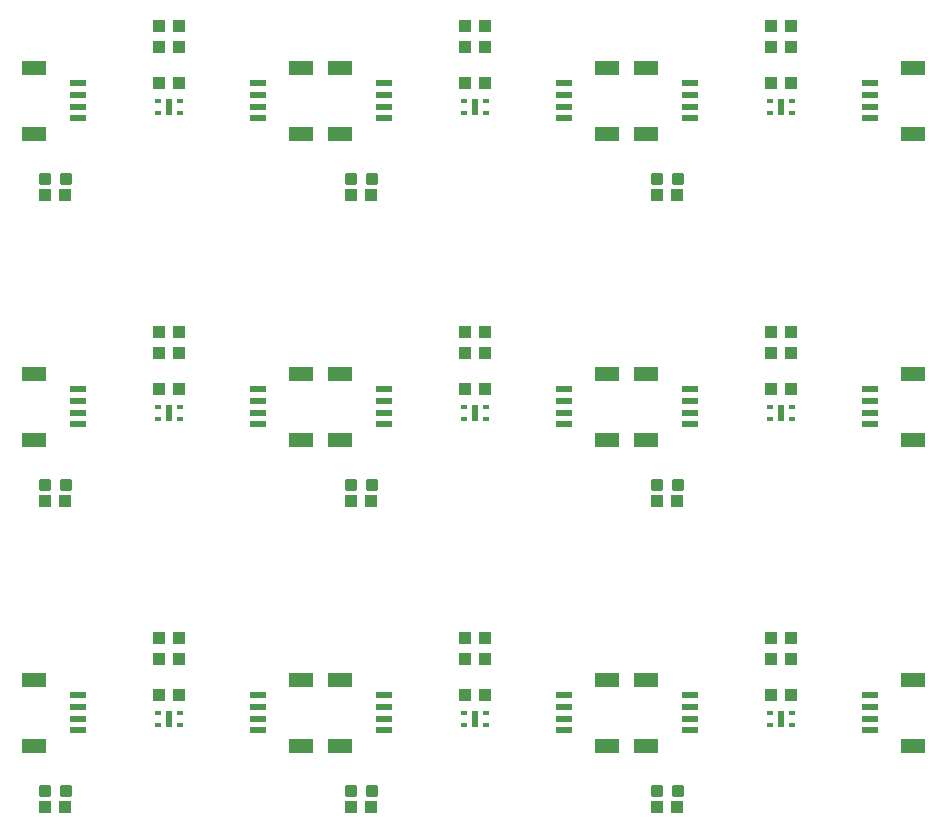
<source format=gtp>
G75*
%MOIN*%
%OFA0B0*%
%FSLAX25Y25*%
%IPPOS*%
%LPD*%
%AMOC8*
5,1,8,0,0,1.08239X$1,22.5*
%
%ADD10R,0.07874X0.04724*%
%ADD11R,0.05315X0.02362*%
%ADD12R,0.04331X0.03937*%
%ADD13C,0.01181*%
%ADD14R,0.02165X0.01378*%
%ADD15R,0.01969X0.05512*%
D10*
X0038873Y0067726D03*
X0038873Y0089774D03*
X0038873Y0169726D03*
X0038873Y0191774D03*
X0038873Y0271726D03*
X0038873Y0293774D03*
X0127810Y0293774D03*
X0140873Y0293774D03*
X0140873Y0271726D03*
X0127810Y0271726D03*
X0127810Y0191774D03*
X0140873Y0191774D03*
X0140873Y0169726D03*
X0127810Y0169726D03*
X0127810Y0089774D03*
X0140873Y0089774D03*
X0140873Y0067726D03*
X0127810Y0067726D03*
X0229810Y0067726D03*
X0242873Y0067726D03*
X0242873Y0089774D03*
X0229810Y0089774D03*
X0229810Y0169726D03*
X0242873Y0169726D03*
X0242873Y0191774D03*
X0229810Y0191774D03*
X0229810Y0271726D03*
X0242873Y0271726D03*
X0242873Y0293774D03*
X0229810Y0293774D03*
X0331810Y0293774D03*
X0331810Y0271726D03*
X0331810Y0191774D03*
X0331810Y0169726D03*
X0331810Y0089774D03*
X0331810Y0067726D03*
D11*
X0317342Y0072844D03*
X0317342Y0076781D03*
X0317342Y0080719D03*
X0317342Y0084656D03*
X0257342Y0084656D03*
X0257342Y0080719D03*
X0257342Y0076781D03*
X0257342Y0072844D03*
X0215342Y0072844D03*
X0215342Y0076781D03*
X0215342Y0080719D03*
X0215342Y0084656D03*
X0155342Y0084656D03*
X0155342Y0080719D03*
X0155342Y0076781D03*
X0155342Y0072844D03*
X0113342Y0072844D03*
X0113342Y0076781D03*
X0113342Y0080719D03*
X0113342Y0084656D03*
X0053342Y0084656D03*
X0053342Y0080719D03*
X0053342Y0076781D03*
X0053342Y0072844D03*
X0053342Y0174844D03*
X0053342Y0178781D03*
X0053342Y0182719D03*
X0053342Y0186656D03*
X0113342Y0186656D03*
X0113342Y0182719D03*
X0113342Y0178781D03*
X0113342Y0174844D03*
X0155342Y0174844D03*
X0155342Y0178781D03*
X0155342Y0182719D03*
X0155342Y0186656D03*
X0215342Y0186656D03*
X0215342Y0182719D03*
X0215342Y0178781D03*
X0215342Y0174844D03*
X0257342Y0174844D03*
X0257342Y0178781D03*
X0257342Y0182719D03*
X0257342Y0186656D03*
X0317342Y0186656D03*
X0317342Y0182719D03*
X0317342Y0178781D03*
X0317342Y0174844D03*
X0317342Y0276844D03*
X0317342Y0280781D03*
X0317342Y0284719D03*
X0317342Y0288656D03*
X0257342Y0288656D03*
X0257342Y0284719D03*
X0257342Y0280781D03*
X0257342Y0276844D03*
X0215342Y0276844D03*
X0215342Y0280781D03*
X0215342Y0284719D03*
X0215342Y0288656D03*
X0155342Y0288656D03*
X0155342Y0284719D03*
X0155342Y0280781D03*
X0155342Y0276844D03*
X0113342Y0276844D03*
X0113342Y0280781D03*
X0113342Y0284719D03*
X0113342Y0288656D03*
X0053342Y0288656D03*
X0053342Y0284719D03*
X0053342Y0280781D03*
X0053342Y0276844D03*
D12*
X0042495Y0047250D03*
X0049188Y0047250D03*
X0080495Y0084750D03*
X0087188Y0084750D03*
X0087188Y0096750D03*
X0080495Y0096750D03*
X0080495Y0103750D03*
X0087188Y0103750D03*
X0049188Y0149250D03*
X0042495Y0149250D03*
X0080495Y0186750D03*
X0087188Y0186750D03*
X0087188Y0198750D03*
X0080495Y0198750D03*
X0080495Y0205750D03*
X0087188Y0205750D03*
X0049188Y0251250D03*
X0042495Y0251250D03*
X0080495Y0288750D03*
X0087188Y0288750D03*
X0087188Y0300750D03*
X0080495Y0300750D03*
X0080495Y0307750D03*
X0087188Y0307750D03*
X0144495Y0251250D03*
X0151188Y0251250D03*
X0182495Y0288750D03*
X0189188Y0288750D03*
X0189188Y0300750D03*
X0182495Y0300750D03*
X0182495Y0307750D03*
X0189188Y0307750D03*
X0246495Y0251250D03*
X0253188Y0251250D03*
X0284495Y0288750D03*
X0291188Y0288750D03*
X0291188Y0300750D03*
X0284495Y0300750D03*
X0284495Y0307750D03*
X0291188Y0307750D03*
X0291188Y0205750D03*
X0284495Y0205750D03*
X0284495Y0198750D03*
X0291188Y0198750D03*
X0291188Y0186750D03*
X0284495Y0186750D03*
X0253188Y0149250D03*
X0246495Y0149250D03*
X0284495Y0103750D03*
X0284495Y0096750D03*
X0291188Y0096750D03*
X0291188Y0103750D03*
X0291188Y0084750D03*
X0284495Y0084750D03*
X0253188Y0047250D03*
X0246495Y0047250D03*
X0189188Y0084750D03*
X0182495Y0084750D03*
X0182495Y0096750D03*
X0189188Y0096750D03*
X0189188Y0103750D03*
X0182495Y0103750D03*
X0151188Y0149250D03*
X0144495Y0149250D03*
X0182495Y0186750D03*
X0189188Y0186750D03*
X0189188Y0198750D03*
X0182495Y0198750D03*
X0182495Y0205750D03*
X0189188Y0205750D03*
X0151188Y0047250D03*
X0144495Y0047250D03*
D13*
X0143011Y0051372D02*
X0143011Y0054128D01*
X0145767Y0054128D01*
X0145767Y0051372D01*
X0143011Y0051372D01*
X0143011Y0052494D02*
X0145767Y0052494D01*
X0145767Y0053616D02*
X0143011Y0053616D01*
X0149917Y0054128D02*
X0149917Y0051372D01*
X0149917Y0054128D02*
X0152673Y0054128D01*
X0152673Y0051372D01*
X0149917Y0051372D01*
X0149917Y0052494D02*
X0152673Y0052494D01*
X0152673Y0053616D02*
X0149917Y0053616D01*
X0245011Y0054128D02*
X0245011Y0051372D01*
X0245011Y0054128D02*
X0247767Y0054128D01*
X0247767Y0051372D01*
X0245011Y0051372D01*
X0245011Y0052494D02*
X0247767Y0052494D01*
X0247767Y0053616D02*
X0245011Y0053616D01*
X0251917Y0054128D02*
X0251917Y0051372D01*
X0251917Y0054128D02*
X0254673Y0054128D01*
X0254673Y0051372D01*
X0251917Y0051372D01*
X0251917Y0052494D02*
X0254673Y0052494D01*
X0254673Y0053616D02*
X0251917Y0053616D01*
X0251917Y0153372D02*
X0251917Y0156128D01*
X0254673Y0156128D01*
X0254673Y0153372D01*
X0251917Y0153372D01*
X0251917Y0154494D02*
X0254673Y0154494D01*
X0254673Y0155616D02*
X0251917Y0155616D01*
X0245011Y0156128D02*
X0245011Y0153372D01*
X0245011Y0156128D02*
X0247767Y0156128D01*
X0247767Y0153372D01*
X0245011Y0153372D01*
X0245011Y0154494D02*
X0247767Y0154494D01*
X0247767Y0155616D02*
X0245011Y0155616D01*
X0149917Y0156128D02*
X0149917Y0153372D01*
X0149917Y0156128D02*
X0152673Y0156128D01*
X0152673Y0153372D01*
X0149917Y0153372D01*
X0149917Y0154494D02*
X0152673Y0154494D01*
X0152673Y0155616D02*
X0149917Y0155616D01*
X0143011Y0156128D02*
X0143011Y0153372D01*
X0143011Y0156128D02*
X0145767Y0156128D01*
X0145767Y0153372D01*
X0143011Y0153372D01*
X0143011Y0154494D02*
X0145767Y0154494D01*
X0145767Y0155616D02*
X0143011Y0155616D01*
X0047917Y0156128D02*
X0047917Y0153372D01*
X0047917Y0156128D02*
X0050673Y0156128D01*
X0050673Y0153372D01*
X0047917Y0153372D01*
X0047917Y0154494D02*
X0050673Y0154494D01*
X0050673Y0155616D02*
X0047917Y0155616D01*
X0041011Y0156128D02*
X0041011Y0153372D01*
X0041011Y0156128D02*
X0043767Y0156128D01*
X0043767Y0153372D01*
X0041011Y0153372D01*
X0041011Y0154494D02*
X0043767Y0154494D01*
X0043767Y0155616D02*
X0041011Y0155616D01*
X0041011Y0255372D02*
X0041011Y0258128D01*
X0043767Y0258128D01*
X0043767Y0255372D01*
X0041011Y0255372D01*
X0041011Y0256494D02*
X0043767Y0256494D01*
X0043767Y0257616D02*
X0041011Y0257616D01*
X0047917Y0258128D02*
X0047917Y0255372D01*
X0047917Y0258128D02*
X0050673Y0258128D01*
X0050673Y0255372D01*
X0047917Y0255372D01*
X0047917Y0256494D02*
X0050673Y0256494D01*
X0050673Y0257616D02*
X0047917Y0257616D01*
X0143011Y0258128D02*
X0143011Y0255372D01*
X0143011Y0258128D02*
X0145767Y0258128D01*
X0145767Y0255372D01*
X0143011Y0255372D01*
X0143011Y0256494D02*
X0145767Y0256494D01*
X0145767Y0257616D02*
X0143011Y0257616D01*
X0149917Y0258128D02*
X0149917Y0255372D01*
X0149917Y0258128D02*
X0152673Y0258128D01*
X0152673Y0255372D01*
X0149917Y0255372D01*
X0149917Y0256494D02*
X0152673Y0256494D01*
X0152673Y0257616D02*
X0149917Y0257616D01*
X0245011Y0258128D02*
X0245011Y0255372D01*
X0245011Y0258128D02*
X0247767Y0258128D01*
X0247767Y0255372D01*
X0245011Y0255372D01*
X0245011Y0256494D02*
X0247767Y0256494D01*
X0247767Y0257616D02*
X0245011Y0257616D01*
X0251917Y0258128D02*
X0251917Y0255372D01*
X0251917Y0258128D02*
X0254673Y0258128D01*
X0254673Y0255372D01*
X0251917Y0255372D01*
X0251917Y0256494D02*
X0254673Y0256494D01*
X0254673Y0257616D02*
X0251917Y0257616D01*
X0047917Y0054128D02*
X0047917Y0051372D01*
X0047917Y0054128D02*
X0050673Y0054128D01*
X0050673Y0051372D01*
X0047917Y0051372D01*
X0047917Y0052494D02*
X0050673Y0052494D01*
X0050673Y0053616D02*
X0047917Y0053616D01*
X0041011Y0054128D02*
X0041011Y0051372D01*
X0041011Y0054128D02*
X0043767Y0054128D01*
X0043767Y0051372D01*
X0041011Y0051372D01*
X0041011Y0052494D02*
X0043767Y0052494D01*
X0043767Y0053616D02*
X0041011Y0053616D01*
D14*
X0080200Y0074781D03*
X0080200Y0078719D03*
X0087484Y0078719D03*
X0087484Y0074781D03*
X0182200Y0074781D03*
X0182200Y0078719D03*
X0189484Y0078719D03*
X0189484Y0074781D03*
X0284200Y0074781D03*
X0284200Y0078719D03*
X0291484Y0078719D03*
X0291484Y0074781D03*
X0291484Y0176781D03*
X0291484Y0180719D03*
X0284200Y0180719D03*
X0284200Y0176781D03*
X0189484Y0176781D03*
X0189484Y0180719D03*
X0182200Y0180719D03*
X0182200Y0176781D03*
X0087484Y0176781D03*
X0087484Y0180719D03*
X0080200Y0180719D03*
X0080200Y0176781D03*
X0080200Y0278781D03*
X0080200Y0282719D03*
X0087484Y0282719D03*
X0087484Y0278781D03*
X0182200Y0278781D03*
X0182200Y0282719D03*
X0189484Y0282719D03*
X0189484Y0278781D03*
X0284200Y0278781D03*
X0284200Y0282719D03*
X0291484Y0282719D03*
X0291484Y0278781D03*
D15*
X0287842Y0280750D03*
X0185842Y0280750D03*
X0083842Y0280750D03*
X0083842Y0178750D03*
X0185842Y0178750D03*
X0287842Y0178750D03*
X0287842Y0076750D03*
X0185842Y0076750D03*
X0083842Y0076750D03*
M02*

</source>
